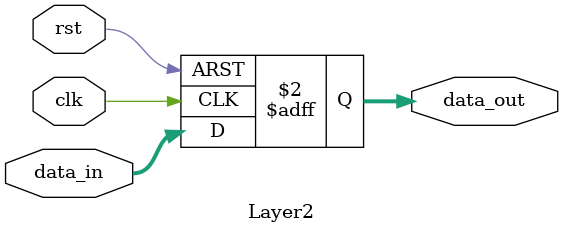
<source format=v>
module Layer2(
		input				rst,//in 1
		input				clk,//in 1
		input		[19:0]	data_in,//in 20
		output	reg	[19:0]	data_out//out 20
		);
	always@(posedge clk or posedge rst)begin
		if(rst)begin
			data_out<=20'd0;
		end else begin
			data_out<=data_in;
		end
	end
endmodule
</source>
